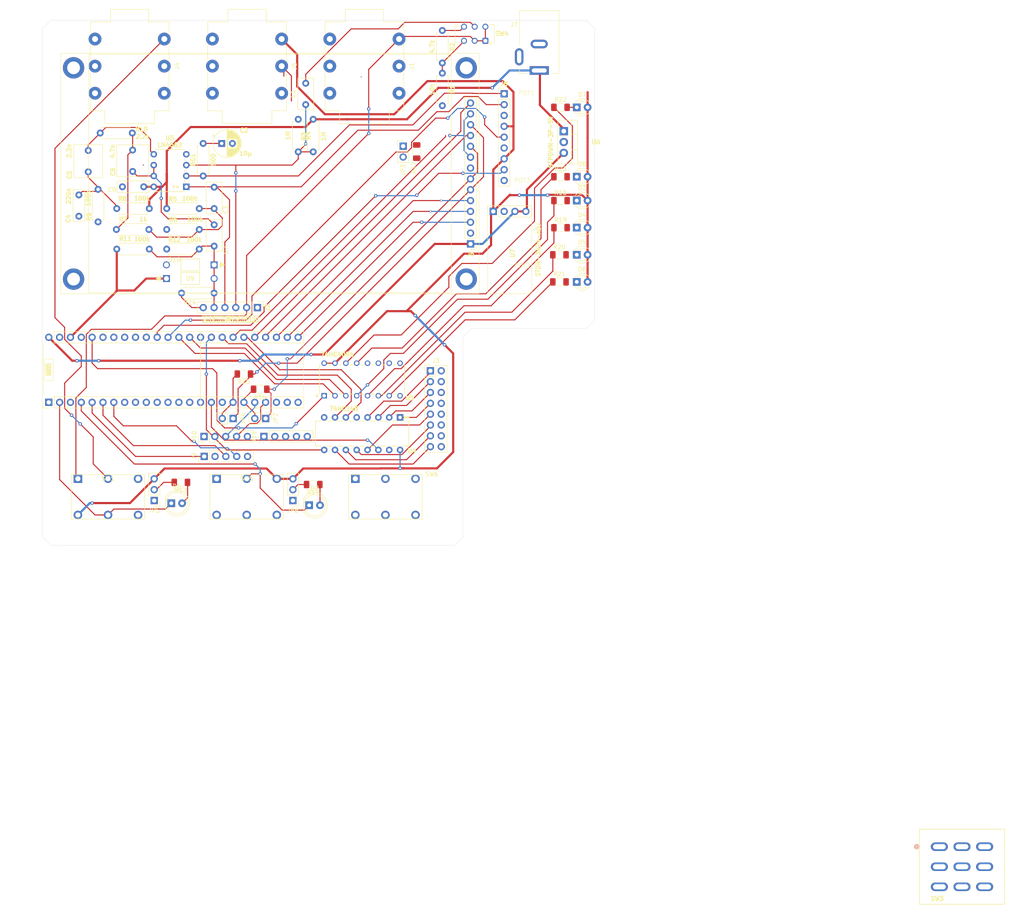
<source format=kicad_pcb>
(kicad_pcb (version 20240108) (generator "pcbnew") (generator_version "8.0")
  (layers (0 "F.Cu" signal) (31 "B.Cu" signal) (34 "B.Paste" user) (35 "F.Paste" user) (36 "B.SilkS" user "B.Silkscreen") (37 "F.SilkS" user "F.Silkscreen") (38 "B.Mask" user) (39 "F.Mask" user) (44 "Edge.Cuts" user))
  (property "R_BIAS" "100k")
  (property "R_BIAS_IN" "1M")
  (net 0 "")
  (net 1 "Net-(C1-Pad2)")
  (net 2 "/preamp/STAGE1_IN")
  (net 3 "Net-(C2-Pad1)")
  (net 4 "/preamp/STAGE1_OUT")
  (net 5 "Net-(C4-Pad1)")
  (net 6 "Net-(C6-Pad2)")
  (net 7 "Net-(U3B-+)")
  (net 8 "/preamp/PREAMP_OUT")
  (net 9 "GND")
  (net 10 "/27_TFT_SCLK")
  (net 11 "/34_TFT_RST")
  (net 12 "/TFT_BACKLIGHT")
  (net 13 "/33_TFT_CS")
  (net 14 "/37_TFT_T_IRQ")
  (net 15 "/36_TOUCH_CS")
  (net 16 "5V")
  (net 17 "/39_TFT_MISO")
  (net 18 "/35_TFT_DC{slash}RS")
  (net 19 "/26_TFT_MOSI")
  (net 20 "9V")
  (net 21 "Net-(R1-Pad1)")
  (net 22 "Net-(R2-Pad1)")
  (net 23 "3.3V")
  (net 26 "/4_ENC_1_L")
  (net 27 "/24_BTN_MTX_GS")
  (net 28 "/SCK")
  (net 29 "/5_ENC_1_R")
  (net 31 "/LED_DATA")
  (net 32 "/LED_STR")
  (net 33 "/1_SW1")
  (net 34 "/3_ENC_1_BTN")
  (net 35 "/25_ENC_2_BTN")
  (net 40 "Net-(J3-Pin_15)")
  (net 41 "Net-(J3-Pin_13)")
  (net 42 "Net-(J3-Pin_5)")
  (net 43 "Net-(J3-Pin_7)")
  (net 44 "Net-(J3-Pin_9)")
  (net 45 "Net-(J3-Pin_11)")
  (net 46 "Net-(J3-Pin_3)")
  (net 47 "Net-(J3-Pin_1)")
  (net 49 "Net-(U2-38_CS1_IN1)")
  (net 50 "/29_ENC_2_R")
  (net 51 "/2_SW2")
  (net 52 "Net-(U2-41_A17)")
  (net 54 "/28_ENC_2_L")
  (net 55 "Net-(U2-40_A16)")
  (net 56 "/A3_EXP")
  (net 58 "/A1_VOLUME")
  (net 59 "/A2_POT")
  (net 60 "/preamp/STAGE2_IN")
  (net 70 "/SIGNAL_IN")
  (net 71 "/LINE_OUT")
  (net 72 "Net-(D3-K)")
  (net 73 "Net-(D4-K)")
  (net 83 "Net-(D5-K)")
  (net 84 "/32_ENC_3_R")
  (net 85 "/30_ENC_3_BTN")
  (net 86 "/31_ENC_3_L")
  (net 87 "Net-(D6-K)")
  (net 88 "Net-(D7-K)")
  (net 89 "Net-(D8-K)")
  (net 90 "Net-(J6-SCK)")
  (net 91 "Net-(J6-SDI(MOSI))")
  (net 92 "Net-(J6-SDO(MISO))")
  (net 93 "Net-(D1-A)")
  (net 94 "Net-(D2-A)")
  (net 95 "Net-(U5-QP0)")
  (net 96 "Net-(U5-QP1)")
  (net 97 "Net-(U5-QP2)")
  (net 98 "Net-(U5-QP3)")
  (net 99 "Net-(U5-QP4)")
  (net 100 "Net-(U5-QP5)")
  (net 101 "Net-(U2-7_RX2_OUT1A)")
  (net 102 "Net-(U2-12_MISO_MQSL)")
  (net 103 "Net-(U2-10_CS_MQSR)")
  (net 104 "Net-(U2-6_OUT1D)")
  (net 105 "Net-(U2-11_MOSI_CTX1)")
  (net 106 "Net-(U2-9_OUT1C)")
  (net 107 "Net-(U2-8_TX2_IN1)")
  (net 108 "Net-(U2-1_TX1_CTX2_MISO1)")
  (net 118 "Net-(JP5-C)")
  (net 119 "Net-(JP6-C)")
  (net 120 "/SIGNAL_OUT")
  (net 121 "/LINE_IN")
  (net 122 "/preamp/STAGE2_OUT")
  (net 123 "TEENSY_3.3V")
  (net 124 "/preamp/STAGE1_FEEDBACK")
  (footprint "TI_FOOTPRINTS:DO-41_DIO" (layer "F.Cu") (at 78.6175 80.5)
    (property "Reference" "D9")
    (property "Value" "D_Schottky" (hide yes))
  )
  (footprint "LED_THT:LED_D3.0mm" (layer "F.Cu") (at 174.747 68.58)
    (property "Reference" "D4")
    (property "Value" "LED")
  )
  (footprint "Resistor_SMD:R_1206_3216Metric_Pad1.30x1.75mm_HandSolder" (layer "F.Cu") (at 113 128.75 180)
    (property "Reference" "R14")
    (property "Value" "150")
  )
  (footprint "LED_THT:LED_D3.0mm" (layer "F.Cu") (at 174.747 81.28)
    (property "Reference" "D6")
    (property "Value" "LED")
  )
  (footprint "Resistor_SMD:R_1206_3216Metric_Pad1.30x1.75mm_HandSolder" (layer "F.Cu") (at 170.688 74.93)
    (property "Reference" "R20")
    (property "Value" "150")
  )
  (footprint "Capacitor_THT:C_Rect_L7.2mm_W2.5mm_P5.00mm_FKS2_FKP2_MKS2_MKP2" (layer "F.Cu") (at 58.1 60.9 -90)
    (property "Reference" "C4")
    (property "Value" "220n")
  )
  (footprint "Resistor_THT:R_Axial_DIN0207_L6.3mm_D2.5mm_P7.62mm_Horizontal" (layer "F.Cu") (at 78.69 64.1)
    (property "Reference" "R5")
    (property "Value" "100k")
  )
  (footprint "Capacitor_THT:C_Rect_L7.2mm_W7.2mm_P5.00mm_FKS2_FKP2_MKS2_MKP2" (layer "F.Cu") (at 70.7 55.4 90)
    (property "Reference" "C6")
    (property "Value" "4.7n")
  )
  (footprint "Connector_PinHeader_2.54mm:PinHeader_1x05_P2.54mm_Vertical" (layer "F.Cu") (at 101.46 117.5 90)
    (property "Reference" "J11")
    (property "Value" "ENCODER3")
  )
  (footprint "Resistor_SMD:R_1206_3216Metric_Pad1.30x1.75mm_HandSolder" (layer "F.Cu") (at 170.947 68.58)
    (property "Reference" "R19")
    (property "Value" "150")
  )
  (footprint "Button_Switch_THT:SW_CK_JS202011AQN_DPDT_Angled" (layer "F.Cu") (at 153.336 24.8 180)
    (property "Reference" "SW4")
    (property "Value" "LINE_LEVEL")
  )
  (footprint "Resistor_THT:R_Axial_DIN0207_L6.3mm_D2.5mm_P7.62mm_Horizontal" (layer "F.Cu") (at 113 43.19 -90)
    (property "Reference" "R3")
    (property "Value" "1M")
  )
  (footprint "Connector_PinHeader_2.54mm:PinHeader_2x08_P2.54mm_Vertical" (layer "F.Cu") (at 140.462 102.108)
    (property "Reference" "J3")
    (property "Value" "BTN_MTX")
  )
  (footprint "Connector_PinHeader_2.54mm:PinHeader_1x02_P2.54mm_Vertical" (layer "F.Cu") (at 101.854 113.284 -90)
    (property "Reference" "JP2")
    (property "Value" "JP_SCLK")
  )
  (footprint "Resistor_THT:R_Axial_DIN0207_L6.3mm_D2.5mm_P7.62mm_Horizontal" (layer "F.Cu") (at 86.31 69 180)
    (property "Reference" "R6")
    (property "Value" "100k")
  )
  (footprint "LED_THT:LED_D3.0mm" (layer "F.Cu") (at 174.747 62.23)
    (property "Reference" "D3")
    (property "Value" "LED")
  )
  (footprint "Resistor_THT:R_Axial_DIN0207_L6.3mm_D2.5mm_P7.62mm_Horizontal" (layer "F.Cu") (at 143.25 22.38 -90)
    (property "Reference" "R2")
    (property "Value" "4.7k")
  )
  (footprint "Capacitor_THT:C_Rect_L7.2mm_W3.5mm_P5.00mm_FKS2_FKP2_MKS2_MKP2" (layer "F.Cu") (at 89.8 64.1 90)
    (property "Reference" "C3")
    (property "Value" "470n")
  )
  (footprint "Resistor_SMD:R_1206_3216Metric_Pad1.30x1.75mm_HandSolder" (layer "F.Cu") (at 170.947 62.23)
    (property "Reference" "R18")
    (property "Value" "150")
  )
  (footprint "LED_THT:LED_D3.0mm" (layer "F.Cu") (at 174.747 56.642)
    (property "Reference" "D8")
    (property "Value" "LED")
  )
  (footprint "LED_THT:LED_D5.0mm" (layer "F.Cu") (at 79.75 133.141)
    (property "Reference" "D1")
    (property "Value" "LED_BYPASS")
  )
  (footprint "Resistor_THT:R_Axial_DIN0207_L6.3mm_D2.5mm_P7.62mm_Horizontal" (layer "F.Cu") (at 109.5 50.81 90)
    (property "Reference" "R4")
    (property "Value" "1M")
  )
  (footprint "Resistor_THT:R_Axial_DIN0207_L6.3mm_D2.5mm_P7.62mm_Horizontal" (layer "F.Cu") (at 63 46.4)
    (property "Reference" "R10")
    (property "Value" "2.2k")
  )
  (footprint "TI_FOOTPRINTS:01-690DB_3PDT_JCV_OVAL" (layer "F.Cu") (at 259.7 213.599999)
    (property "Reference" "SW3")
    (property "Value" "SW_PRESET")
  )
  (footprint "Connector_PinHeader_2.54mm:PinHeader_1x06_P2.54mm_Vertical" (layer "F.Cu") (at 99.94 87.3 -90)
    (property "Reference" "J2")
    (property "Value" "PREAMP_HEADERS")
  )
  (footprint "Capacitor_THT:CP_Radial_D6.3mm_P2.50mm" (layer "F.Cu") (at 91.567621 48.8442)
    (property "Reference" "C2")
    (property "Value" "10µ")
  )
  (footprint "mcguitarpedal:Floating Potentiometer" (layer "F.Cu") (at 162 78)
    (property "Reference" "POT2")
    (property "Value" "Logo_Open_Hardware_Small" (hide yes))
  )
  (footprint "mcguitarpedal:Floating Potentiometer" (layer "F.Cu") (at 162 38)
    (property "Reference" "POT1")
    (property "Value" "Logo_Open_Hardware_Small" (hide yes))
  )
  (footprint "LM4562:lm4562" (layer "F.Cu") (at 83.27 59 180)
    (property "Reference" "U3")
    (property "Value" "LM4562")
  )
  (footprint "mcguitarpedal:SW_PUSH_DPDT" (layer "F.Cu") (at 57.875 127.39)
    (property "Reference" "SW1")
    (property "Value" "SW_BYPASS")
  )
  (footprint "Resistor_THT:R_Axial_DIN0207_L6.3mm_D2.5mm_P7.62mm_Horizontal" (layer "F.Cu") (at 66.98 73.6)
    (property "Reference" "R11")
    (property "Value" "100k")
  )
  (footprint "Capacitor_THT:C_Rect_L7.2mm_W2.5mm_P5.00mm_FKS2_FKP2_MKS2_MKP2" (layer "F.Cu") (at 73.3 59 180)
    (property "Reference" "C8")
    (property "Value" "100nf")
  )
  (footprint "mcguitarpedal:Jack_6.35mm_Neutrik_NMJ6HCD2_Horizontal_3D_MODEL" (layer "F.Cu") (at 78.115 24.384 -90)
    (property "Reference" "J4")
    (property "Value" "OUT")
  )
  (footprint "ILI9488:ILI9488" (layer "F.Cu") (at 151.86 84.05 180)
    (property "Reference" "J6")
    (property "Value" "ILI9488 Module")
  )
  (footprint "Capacitor_THT:C_Rect_L7.2mm_W3.5mm_P5.00mm_FKS2_FKP2_MKS2_MKP2" (layer "F.Cu") (at 89.8 72.9 90)
    (property "Reference" "C7")
    (property "Value" "470n")
  )
  (footprint "Resistor_THT:R_Axial_DIN0207_L6.3mm_D2.5mm_P7.62mm_Horizontal" (layer "F.Cu") (at 143.256 32.38 -90)
    (property "Reference" "R1")
    (property "Value" "10k")
  )
  (footprint "Resistor_SMD:R_1206_3216Metric_Pad1.30x1.75mm_HandSolder" (layer "F.Cu") (at 100.584 106.426 180)
    (property "Reference" "R16")
    (property "Value" "50")
  )
  (footprint "Connector_PinSocket_2.54mm:PinSocket_1x04_P2.54mm_Vertical" (layer "F.Cu") (at 155.194 64.77 90)
    (property "Reference" "U7")
    (property "Value" "STDN-3A24-ADJ")
  )
  (footprint "Resistor_SMD:R_1206_3216Metric_Pad1.30x1.75mm_HandSolder" (layer "F.Cu") (at 137.25 50.75 -90)
    (property "Reference" "R17")
    (property "Value" "50")
  )
  (footprint "Connector_PinHeader_2.54mm:PinHeader_1x05_P2.54mm_Vertical" (layer "F.Cu") (at 87.425 117.5 90)
    (property "Reference" "J10")
    (property "Value" "ENCODER2")
  )
  (footprint "Resistor_THT:R_Axial_DIN0207_L6.3mm_D2.5mm_P7.62mm_Horizontal" (layer "F.Cu") (at 89.78 83.9 180)
    (property "Reference" "R24")
    (property "Value" "500")
  )
  (footprint "Capacitor_THT:C_Rect_L7.5mm_W6.5mm_P5.00mm" (layer "F.Cu") (at 60.3 50.5 -90)
    (property "Reference" "C5")
    (property "Value" "2.2n")
  )
  (footprint "Connector_PinHeader_2.54mm:PinHeader_1x05_P2.54mm_Vertical" (layer "F.Cu") (at 87.46 122.174 90)
    (property "Reference" "J9")
    (property "Value" "ENCODER1")
  )
  (footprint "mcguitarpedal:Floating Potentiometer" (layer "F.Cu") (at 162 58)
    (property "Reference" "POT3")
    (property "Value" "Logo_Open_Hardware_Small" (hide yes))
  )
  (footprint "LED_THT:LED_D3.0mm" (layer "F.Cu") (at 174.747 74.93)
    (property "Reference" "D5")
    (property "Value" "LED")
  )
  (footprint "Resistor_SMD:R_1206_3216Metric_Pad1.30x1.75mm_HandSolder" (layer "F.Cu") (at 170.937 56.642)
    (property "Reference" "R23")
    (property "Value" "150")
  )
  (footprint "Capacitor_THT:C_Rect_L7.2mm_W3.5mm_P5.00mm_FKS2_FKP2_MKS2_MKP2" (layer "F.Cu") (at 111.25 39.75 90)
    (property "Reference" "C1")
    (property "Value" "470n")
  )
  (footprint "Resistor_SMD:R_1206_3216Metric_Pad1.30x1.75mm_HandSolder" (layer "F.Cu") (at 96.774 102.87 180)
    (property "Reference" "R15")
    (property "Value" "50")
  )
  (footprint "Resistor_SMD:R_1206_3216Metric_Pad1.30x1.75mm_HandSolder" (layer "F.Cu") (at 170.937 40.386)
    (property "Reference" "R22")
    (property "Value" "150")
  )
  (footprint "Connector_BarrelJack:BarrelJack_Kycon_KLDX-0202-xC_Horizontal" (layer "F.Cu") (at 165.954 31.75 -90)
    (property "Reference" "J7")
    (property "Value" "PWR_IN")
  )
  (footprint "LED_THT:LED_D3.0mm" (layer "F.Cu") (at 174.747 40.386)
    (property "Reference" "D7")
    (property "Value" "LED")
  )
  (footprint "Resistor_SMD:R_1206_3216Metric_Pad1.30x1.75mm_HandSolder" (layer "F.Cu") (at 170.688 81.28)
    (property "Reference" "R21")
    (property "Value" "150")
  )
  (footprint "Connector_PinHeader_2.54mm:PinHeader_1x03_P2.54mm_Vertical" (layer "F.Cu") (at 108.25 132.5 180)
    (property "Reference" "JP6")
    (property "Value" "JP_SW1_LED")
  )
  (footprint "Resistor_THT:R_Axial_DIN0207_L6.3mm_D2.5mm_P7.62mm_Horizontal" (layer "F.Cu") (at 87.2236 56.46 90)
    (property "Reference" "RG1")
    (property "Value" "500")
  )
  (footprint "mcguitarpedal:SW_PUSH_DPDT" (layer "F.Cu") (at 122.875 127.39)
    (property "Reference" "SW6")
    (property "Value" "SW_PRESET")
  )
  (footprint "mcguitarpedal:SW_PUSH_DPDT" (layer "F.Cu") (at 90.375 127.39)
    (property "Reference" "SW5")
    (property "Value" "SW_TUNER")
  )
  (footprint "Connector_PinHeader_2.54mm:PinHeader_1x02_P2.54mm_Vertical" (layer "F.Cu") (at 134.075 49.48)
    (property "Reference" "JP3")
    (property "Value" "JP_MISO")
  )
  (footprint "LED_THT:LED_D5.0mm" (layer "F.Cu") (at 112.057 133.604)
    (property "Reference" "D2")
    (property "Value" "LED_TUNER")
  )
  (footprint "TI_FOOTPRINTS:N16" (layer "F.Cu") (at 115.57 107.95 90)
    (property "Reference" "U5")
    (property "Value" "74HC4094")
  )
  (footprint "Resistor_THT:R_Axial_DIN0207_L6.3mm_D2.5mm_P7.62mm_Horizontal" (layer "F.Cu") (at 74.6 64.1 180)
    (property "Reference" "R8")
    (property "Value" "100k")
  )
  (footprint "Resistor_THT:R_Axial_DIN0207_L6.3mm_D2.5mm_P7.62mm_Horizontal" (layer "F.Cu") (at 66.89 69)
    (property "Reference" "R7")
    (property "Value" "1k")
  )
  (footprint "mcguitarpedal:Jack_6.35mm_Neutrik_NMJ6HCD2_Horizontal_3D_MODEL" (layer "F.Cu") (at 105.615 24.384 -90)
    (property "Reference" "J5")
    (property "Value" "EXP")
  )
  (footprint "Package_TO_SOT_THT:TO-220-3_Vertical" (layer "F.Cu") (at 171.704 45.974 -90)
    (property "Reference" "U6")
    (property "Value" "STPDWN-3P-5V")
  )
  (footprint "Resistor_THT:R_Axial_DIN0207_L6.3mm_D2.5mm_P7.62mm_Horizontal" (layer "F.Cu") (at 86.3 73.6 180)
    (property "Reference" "R12")
    (property "Value" "100k")
  )
  (footprint "Resistor_THT:R_Axial_DIN0207_L6.3mm_D2.5mm_P7.62mm_Horizontal" (layer "F.Cu") (at 62.6 59.6 -90)
    (property "Reference" "R9")
    (property "Value" "100k")
  )
  (footprint "mcguitarpedal:Teensy 4.1 with audio board" (layer "F.Cu") (at 51.05 109.5 90)
    (property "Reference" "U2" (hide yes))
    (property "Value" "Teensy4.1")
  )
  (footprint "Connector_PinHeader_2.54mm:PinHeader_1x09_P2.54mm_Vertical" (layer "F.Cu") (at 157.734 37.211)
    (property "Reference" "J8")
    (property "Value" "POT_HP_VOLUME_10k")
  )
  (footprint "Resistor_SMD:R_1206_3216Metric_Pad1.30x1.75mm_HandSolder" (layer "F.Cu") (at 82 128.25 180)
    (property "Reference" "R13")
    (property "Value" "150")
  )
  (footprint "TI_FOOTPRINTS:DIP16_300_TEX" (layer "F.Cu") (at 133.35 113.03 -90)
    (property "Reference" "U4")
    (property "Value" "74HC148")
  )
  (footprint "Connector_PinHeader_2.54mm:PinHeader_1x03_P2.54mm_Vertical" (layer "F.Cu") (at 75.75 132.5 180)
    (property "Reference" "JP5")
    (property "Value" "JP_SW1_LED")
  )
  (footprint "mcguitarpedal:Jack_6.35mm_Neutrik_NMJ6HCD2_Horizontal_3D_MODEL" (layer "F.Cu") (at 133.115 24.384 -90)
    (property "Reference" "J1")
    (property "Value" "IN")
  )
  (footprint "TI_FOOTPRINTS:DO-41_DIO" (layer "F.Cu") (at 89.79 77.29 180)
    (property "Reference" "D10")
    (property "Value" "D_Schottky" (hide yes))
  )
  (footprint "Connector_PinHeader_2.54mm:PinHeader_1x02_P2.54mm_Vertical" (layer "F.Cu") (at 94.239 113.284 -90)
    (property "Reference" "JP4")
    (property "Value" "JP_MOSI")
  )
  (gr_line (start 148.082 94.202) (end 150.082 92.202) (stroke (width 0.05)) (layer "Edge.Cuts"))
  (gr_line (start 179 24.638) (end 179 22) (stroke (width 0.05)) (layer "Edge.Cuts"))
  (gr_line (start 148.082 141.002) (end 148.082 94.202) (stroke (width 0.05)) (layer "Edge.Cuts"))
  (gr_line (start 177 92.202) (end 179 90.202) (stroke (width 0.05)) (layer "Edge.Cuts"))
  (gr_line (start 49.5 87.5) (end 49.5 141) (stroke (width 0.05)) (layer "Edge.Cuts"))
  (gr_line (start 49.5 141) (end 51.5 143) (stroke (width 0.05)) (layer "Edge.Cuts"))
  (gr_line (start 177 20) (end 179 22) (stroke (width 0.05)) (layer "Edge.Cuts"))
  (gr_line (start 54.102 143) (end 146.082 143.001959) (stroke (width 0.05)) (layer "Edge.Cuts"))
  (gr_line (start 54.102 143) (end 51.5 143) (stroke (width 0.05)) (layer "Edge.Cuts"))
  (gr_line (start 51.5 20) (end 177 20) (stroke (width 0.05)) (layer "Edge.Cuts"))
  (gr_line (start 179 24.638) (end 179 90.202) (stroke (width 0.05)) (layer "Edge.Cuts"))
  (gr_line (start 49.5 22) (end 51.5 20) (stroke (width 0.05)) (layer "Edge.Cuts"))
  (gr_line (start 146.082 143.001959) (end 148.082 141.002) (stroke (width 0.05)) (layer "Edge.Cuts"))
  (gr_line (start 150.082 92.202) (end 177 92.202) (stroke (width 0.05)) (layer "Edge.Cuts"))
  (gr_line (start 49.5 87.5) (end 49.5 22) (stroke (width 0.05)) (layer "Edge.Cuts"))
  (segment (start 73.22 53.92) (end 73.2 53.9) (width 0.25) (layer "F.Cu") (net 0))
  (segment (start 150.836 21.5) (end 149.811 20.475) (width 0.25) (layer "F.Cu") (net 1))
  (segment (start 134.44306 20.475) (end 132.91806 22) (width 0.25) (layer "F.Cu") (net 1))
  (segment (start 121.906 22) (end 111.25 32.656) (width 0.25) (layer "F.Cu") (net 1))
  (segment (start 149.811 20.475) (end 134.44306 20.475) (width 0.25) (layer "F.Cu") (net 1))
  (segment (start 132.91806 22) (end 121.906 22) (width 0.25) (layer "F.Cu") (net 1))
  (segment (start 111.25 32.656) (end 111.25 34.75) (width 0.25) (layer "F.Cu") (net 1))
  (segment (start 109.5 52.5) (end 108.08 53.92) (width 0.25) (layer "F.Cu") (net 2))
  (segment (start 94.87 55.73) (end 94.87 53.93) (width 0.25) (layer "F.Cu") (net 2))
  (segment (start 109.5 50.81) (end 111.27 50.81) (width 0.25) (layer "F.Cu") (net 2))
  (segment (start 94.86 59.99) (end 94.87 59.98) (width 0.25) (layer "F.Cu") (net 2))
  (segment (start 94.88 53.92) (end 83.27 53.92) (width 0.25) (layer "F.Cu") (net 2))
  (segment (start 94.86 87.3) (end 94.86 59.99) (width 0.25) (layer "F.Cu") (net 2))
  (segment (start 111.27 50.81) (end 113 50.81) (width 0.25) (layer "F.Cu") (net 2))
  (segment (start 109.5 50.81) (end 109.5 52.5) (width 0.25) (layer "F.Cu") (net 2))
  (segment (start 111.25 49.06) (end 109.5 50.81) (width 0.25) (layer "F.Cu") (net 2))
  (segment (start 108.08 53.92) (end 94.88 53.92) (width 0.25) (layer "F.Cu") (net 2))
  (segment (start 94.87 53.93) (end 94.88 53.92) (width 0.25) (layer "F.Cu") (net 2))
  (segment (start 111.25 48.94) (end 111.25 49.06) (width 0.25) (layer "F.Cu") (net 2))
  (via (at 94.87 55.73) (size 0.8) (drill 0.4) (layers "F.Cu" "B.Cu") (net 2))
  (via (at 94.87 59.98) (size 0.8) (drill 0.4) (layers "F.Cu" "B.Cu") (net 2))
  (via (at 111.25 48.94) (size 0.8) (drill 0.4) (layers "F.Cu" "B.Cu") (net 2))
  (segment (start 94.87 59.98) (end 94.87 55.73) (width 0.25) (layer "B.Cu") (net 2))
  (segment (start 111.25 39.75) (end 111.25 48.94) (width 0.25) (layer "B.Cu") (net 2))
  (segment (start 91.567621 48.8442) (end 87.2278 48.8442) (width 0.25) (layer "F.Cu") (net 3))
  (segment (start 87.2278 48.8442) (end 87.2236 48.84) (width 0.25) (layer "F.Cu") (net 3))
  (segment (start 144.78 41.402) (end 148.336 37.846) (width 0.25) (layer "F.Cu") (net 4))
  (segment (start 141.986 41.402) (end 144.78 41.402) (width 0.25) (layer "F.Cu") (net 4))
  (segment (start 93.4 62.05) (end 93.4 70.85) (width 0.25) (layer "F.Cu") (net 4))
  (segment (start 93.4 70.85) (end 92.3 71.95) (width 0.25) (layer "F.Cu") (net 4))
  (segment (start 83.27 59) (end 89.7 59) (width 0.25) (layer "F.Cu") (net 4))
  (segment (start 89.8 59.1) (end 90.45 59.1) (width 0.25) (layer "F.Cu") (net 4))
  (segment (start 153.543 39.751) (end 157.734 39.751) (width 0.25) (layer "F.Cu") (net 4))
  (segment (start 89.7 59) (end 89.8 59.1) (width 0.25) (layer "F.Cu") (net 4))
  (segment (start 151.638 37.846) (end 153.543 39.751) (width 0.25) (layer "F.Cu") (net 4))
  (segment (start 89.8 59.1) (end 89.9 59) (width 0.25) (layer "F.Cu") (net 4))
  (segment (start 89.9 59) (end 110.2 59) (width 0.25) (layer "F.Cu") (net 4))
  (segment (start 137.638 45.75) (end 141.986 41.402) (width 0.25) (layer "F.Cu") (net 4))
  (segment (start 92.3 87.28) (end 92.32 87.3) (width 0.25) (layer "F.Cu") (net 4))
  (segment (start 123.45 45.75) (end 137.638 45.75) (width 0.25) (layer "F.Cu") (net 4))
  (segment (start 92.3 71.95) (end 92.3 87.28) (width 0.25) (layer "F.Cu") (net 4))
  (segment (start 148.336 37.846) (end 151.638 37.846) (width 0.25) (layer "F.Cu") (net 4))
  (segment (start 90.45 59.1) (end 93.4 62.05) (width 0.25) (layer "F.Cu") (net 4))
  (segment (start 110.2 59) (end 123.45 45.75) (width 0.25) (layer "F.Cu") (net 4))
  (segment (start 58.9 60.1) (end 62.1 60.1) (width 0.25) (layer "F.Cu") (net 5))
  (segment (start 66.98 63.48) (end 63.1 59.6) (width 0.25) (layer "F.Cu") (net 5))
  (segment (start 66.98 64.1) (end 66.98 63.48) (width 0.25) (layer "F.Cu") (net 5))
  (segment (start 62.1 60.1) (end 62.6 59.6) (width 0.25) (layer "F.Cu") (net 5))
  (segment (start 62.6 59.1) (end 60.3 56.8) (width 0.25) (layer "F.Cu") (net 5))
  (segment (start 63.1 59.6) (end 62.6 59.6) (width 0.25) (layer "F.Cu") (net 5))
  (segment (start 60.3 56.8) (end 60.3 55.5) (width 0.25) (layer "F.Cu") (net 5))
  (segment (start 58.1 60.9) (end 58.9 60.1) (width 0.25) (layer "F.Cu") (net 5))
  (segment (start 62.6 59.6) (end 62.6 59.1) (width 0.25) (layer "F.Cu") (net 5))
  (segment (start 70.7 50.4) (end 70.7 46.48) (width 0.25) (layer "F.Cu") (net 6))
  (segment (start 69.6 66.3) (end 69.575 66.275) (width 0.25) (layer "F.Cu") (net 6))
  (segment (start 69.575 66.275) (end 69.575 51.525) (width 0.25) (layer "F.Cu") (net 6))
  (segment (start 69.59 66.3) (end 69.6 66.3) (width 0.25) (layer "F.Cu") (net 6))
  (segment (start 69.575 51.525) (end 70.7 50.4) (width 0.25) (layer "F.Cu") (net 6))
  (segment (start 66.89 69) (end 69.59 66.3) (width 0.25) (layer "F.Cu") (net 6))
  (segment (start 70.7 46.48) (end 70.62 46.4) (width 0.25) (layer "F.Cu") (net 6))
  (segment (start 75.65 51.38) (end 74.888001 50.618001) (width 0.25) (layer "F.Cu") (net 7))
  (segment (start 60.3 49.2) (end 63.1 46.4) (width 0.25) (layer "F.Cu") (net 7))
  (segment (start 64.4 45.1) (end 63.1 46.4) (width 0.25) (layer "F.Cu") (net 7))
  (segment (start 74.888001 50.618001) (end 74.888001 47.888001) (width 0.25) (layer "F.Cu") (net 7))
  (segment (start 74.888001 47.888001) (end 72.1 45.1) (width 0.25) (layer "F.Cu") (net 7))
  (segment (start 72.1 45.1) (end 64.4 45.1) (width 0.25) (layer "F.Cu") (net 7))
  (segment (start 60.3 50.5) (end 60.3 49.2) (width 0.25) (layer "F.Cu") (net 7))
  (segment (start 89.7935 77.29) (end 89.7935 72.9065) (width 0.25) (layer "F.Cu") (net 8))
  (segment (start 89.79 80.5) (end 89.79 77.2935) (width 0.25) (layer "F.Cu") (net 8))
  (segment (start 84.5 75.4) (end 86.3 73.6) (width 0.25) (layer "F.Cu") (net 8))
  (segment (start 90.1105 77.293) (end 90.1135 77.29) (width 0.25) (layer "F.Cu") (net 8))
  (segment (start 87 72.9) (end 89.8 72.9) (width 0.25) (layer "F.Cu") (net 8))
  (segment (start 74.6 73.6) (end 76.4 75.4) (width 0.25) (layer "F.Cu") (net 8))
  (segment (start 86.3 73.6) (end 87 72.9) (width 0.25) (layer "F.Cu") (net 8))
  (segment (start 89.79 77.2935) (end 89.7935 77.29) (width 0.25) (layer "F.Cu") (net 8))
  (segment (start 89.78 83.9) (end 89.78 80.51) (width 0.25) (layer "F.Cu") (net 8))
  (segment (start 89.78 80.51) (end 89.79 80.5) (width 0.25) (layer "F.Cu") (net 8))
  (segment (start 76.4 75.4) (end 84.5 75.4) (width 0.25) (layer "F.Cu") (net 8))
  (segment (start 89.7935 72.9065) (end 89.8 72.9) (width 0.25) (layer "F.Cu") (net 8))
  (segment (start 89.78 87.3) (end 89.78 83.9) (width 0.25) (layer "F.Cu") (net 8))
  (segment (start 98.044 107.442) (end 96.77 108.716) (width 0.2) (layer "F.Cu") (net 10))
  (segment (start 99.314 113.284) (end 99.314 112.044) (width 0.25) (layer "F.Cu") (net 10))
  (segment (start 96.77 108.97) (end 96.774 108.966) (width 0.15) (layer "F.Cu") (net 10))
  (segment (start 98.044 107.416) (end 98.044 107.442) (width 0.2) (layer "F.Cu") (net 10))
  (segment (start 96.77 109.5) (end 96.77 108.97) (width 0.15) (layer "F.Cu") (net 10))
  (segment (start 99.034 106.426) (end 98.044 107.416) (width 0.2) (layer "F.Cu") (net 10))
  (segment (start 99.314 112.044) (end 96.77 109.5) (width 0.25) (layer "F.Cu") (net 10))
  (segment (start 96.77 108.716) (end 96.77 109.5) (width 0.2) (layer "F.Cu") (net 10))
  (segment (start 136.42 64.77) (end 106.93 94.26) (width 0.25) (layer "F.Cu") (net 11))
  (segment (start 140.462 64.77) (end 136.42 64.77) (width 0.25) (layer "F.Cu") (net 11))
  (via (at 140.462 64.77) (size 0.5) (drill 0.3) (layers "F.Cu" "B.Cu") (net 11))
  (segment (start 140.462 64.77) (end 149.86 64.77) (width 0.25) (layer "B.Cu") (net 11))
  (segment (start 138.43 67.31) (end 136.398 67.31) (width 0.25) (layer "F.Cu") (net 13))
  (segment (start 136.398 67.31) (end 109.47 94.238) (width 0.25) (layer "F.Cu") (net 13))
  (via (at 138.43 67.31) (size 0.8) (drill 0.4) (layers "F.Cu" "B.Cu") (net 13))
  (segment (start 149.86 67.31) (end 138.43 67.31) (width 0.25) (layer "B.Cu") (net 13))
  (segment (start 147.574 41.656) (end 149.86 39.37) (width 0.25) (layer "F.Cu") (net 14))
  (segment (start 147.574 45.974) (end 147.574 41.656) (width 0.25) (layer "F.Cu") (net 14))
  (segment (start 99.31 94.238) (end 147.574 45.974) (width 0.25) (layer "F.Cu") (net 14))
  (segment (start 149.12 46.99) (end 149.86 46.99) (width 0.25) (layer "F.Cu") (net 15))
  (segment (start 101.85 94.26) (end 101.85 93.984) (width 0.25) (layer "F.Cu") (net 15))
  (segment (start 101.85 93.984) (end 148.844 46.99) (width 0.25) (layer "F.Cu") (net 15))
  (segment (start 148.844 46.99) (end 149.86 46.99) (width 0.25) (layer "F.Cu") (net 15))
  (segment (start 160.274 64.77) (end 162.814 64.77) (width 0.5) (layer "F.Cu") (net 16))
  (segment (start 95.83 99.75) (end 62.738 99.75) (width 0.5) (layer "F.Cu") (net 16))
  (segment (start 115.57 98.298) (end 141.478 72.39) (width 0.5) (layer "F.Cu") (net 16))
  (segment (start 163.068 64.516) (end 163.068 59.69) (width 0.5) (layer "F.Cu") (net 16))
  (segment (start 57.658 99.75) (end 56.54 99.75) (width 0.5) (layer "F.Cu") (net 16))
  (segment (start 162.814 64.77) (end 163.068 64.516) (width 0.5) (layer "F.Cu") (net 16))
  (segment (start 56.54 99.75) (end 51.05 94.26) (width 0.5) (layer "F.Cu") (net 16))
  (segment (start 141.478 72.39) (end 149.86 72.39) (width 0.5) (layer "F.Cu") (net 16))
  (segment (start 163.068 59.69) (end 171.704 51.054) (width 0.5) (layer "F.Cu") (net 16))
  (segment (start 112.522 98.298) (end 115.57 98.298) (width 0.5) (layer "F.Cu") (net 16))
  (via (at 62.738 99.75) (size 0.8) (drill 0.4) (layers "F.Cu" "B.Cu") (net 16))
  (via (at 95.83 99.75) (size 0.8) (drill 0.4) (layers "F.Cu" "B.Cu") (net 16))
  (via (at 112.522 98.298) (size 0.8) (drill 0.4) (layers "F.Cu" "B.Cu") (net 16))
  (via (at 57.658 99.75) (size 0.8) (drill 0.4) (layers "F.Cu" "B.Cu") (net 16))
  (segment (start 101.346 98.298) (end 112.522 98.298) (width 0.5) (layer "B.Cu") (net 16))
  (segment (start 99.894 99.75) (end 101.346 98.298) (width 0.5) (layer "B.Cu") (net 16))
  (segment (start 152.654 72.39) (end 160.274 64.77) (width 0.5) (layer "B.Cu") (net 16))
  (segment (start 95.83 99.75) (end 99.894 99.75) (width 0.5) (layer "B.Cu") (net 16))
  (segment (start 57.658 99.75) (end 62.738 99.75) (width 0.5) (layer "B.Cu") (net 16))
  (segment (start 149.86 72.39) (end 152.654 72.39) (width 0.5) (layer "B.Cu") (net 16))
  (segment (start 94.23 94.26) (end 95.89 92.6) (width 0.25) (layer "F.Cu") (net 17))
  (segment (start 144.018 47.244) (end 144.018 46.99) (width 0.25) (layer "F.Cu") (net 17))
  (segment (start 95.89 92.6) (end 98.662 92.6) (width 0.25) (layer "F.Cu") (net 17))
  (segment (start 98.662 92.6) (end 144.018 47.244) (width 0.25) (layer "F.Cu") (net 17))
  (segment (start 143.002 62.23) (end 136.42 62.23) (width 0.25) (layer "F.Cu") (net 18))
  (segment (start 136.42 62.23) (end 104.39 94.26) (width 0.25) (layer "F.Cu") (net 18))
  (via (at 143.002 62.23) (size 0.5) (drill 0.3) (layers "F.Cu" "B.Cu") (net 18))
  (segment (start 143.002 62.23) (end 149.86 62.23) (width 0.25) (layer "B.Cu") (net 18))
  (segment (start 91.699 113.284) (end 91.699 112.031) (width 0.25) (layer "F.Cu") (net 19))
  (segment (start 94.23 109.5) (end 94.23 103.864) (width 0.25) (layer "F.Cu") (net 19))
  (segment (start 91.699 112.031) (end 94.23 109.5) (width 0.25) (layer "F.Cu") (net 19))
  (segment (start 91.689 113.284) (end 91.689 113.035) (width 0.15) (layer "F.Cu") (net 19))
  (segment (start 94.229 109.501) (end 94.23 109.5) (width 0.15) (layer "F.Cu") (net 19))
  (segment (start 94.23 104.424) (end 94.26 104.394) (width 0.15) (layer "F.Cu") (net 19))
  (segment (start 94.23 103.864) (end 95.224 102.87) (width 0.25) (layer "F.Cu") (net 19))
  (segment (start 120.99 43.19) (end 121 43.18) (width 0.5) (layer "F.Cu") (net 20))
  (segment (start 73.3 59) (end 73.3 59.2) (width 0.5) (layer "F.Cu") (net 20))
  (segment (start 78.69 56.01) (end 78.7 56) (width 0.5) (layer "F.Cu") (net 20))
  (segment (start 134.957717 43.18) (end 142.323717 35.814) (width 0.5) (layer "F.Cu") (net 20))
  (segment (start 165.954 31.912) (end 165.954 31.85) (width 0.5) (layer "F.Cu") (net 20))
  (segment (start 74.6 62) (end 77.6 59) (width 0.5) (layer "F.Cu") (net 20))
  (segment (start 171.704 45.466) (end 166.116 39.878) (width 0.5) (layer "F.Cu") (net 20))
  (segment (start 77.6 59) (end 78.7 57.9) (width 0.5) (layer "F.Cu") (net 20))
  (segment (start 171.704 45.974) (end 171.704 45.466) (width 0.5) (layer "F.Cu") (net 20))
  (segment (start 78.69 64.1) (end 78.69 56.01) (width 0.5) (layer "F.Cu") (net 20))
  (segment (start 84.3 45) (end 111.19 45) (width 0.5) (layer "F.Cu") (net 20))
  (segment (start 142.323717 35.814) (end 154.94 35.814) (width 0.5) (layer "F.Cu") (net 20))
  (segment (start 78.7 56) (end 78.7 50.6) (width 0.5) (layer "F.Cu") (net 20))
  (segment (start 78.7 50.6) (end 84.3 45) (width 0.5) (layer "F.Cu") (net 20))
  (segment (start 75.65 59) (end 77.6 59) (width 0.5) (layer "F.Cu") (net 20))
  (segment (start 74.6 63.6) (end 74.6 62) (width 0.5) (layer "F.Cu") (net 20))
  (segment (start 111.19 45) (end 113 43.19) (width 0.5) (layer "F.Cu") (net 20))
  (segment (start 166.116 39.878) (end 166.116 32.258) (width 0.5) (layer "F.Cu") (net 20))
  (segment (start 75.65 59) (end 73.3 59) (width 0.5) (layer "F.Cu") (net 20))
  (segment (start 113 43.19) (end 120.99 43.19) (width 0.5) (layer "F.Cu") (net 20))
  (segment (start 78.7 57.9) (end 78.7 56) (width 0.5) (layer "F.Cu") (net 20))
  (segment (start 121 43.18) (end 134.957717 43.18) (width 0.5) (layer "F.Cu") (net 20))
  (via (at 154.94 35.814) (size 0.8) (drill 0.4) (layers "F.Cu" "B.Cu") (net 20))
  (segment (start 159.004 31.75) (end 165.954 31.75) (width 0.5) (layer "B.Cu") (net 20))
  (segment (start 154.94 35.814) (end 159.004 31.75) (width 0.5) (layer "B.Cu") (net 20))
  (segment (start 143.25 30) (end 148.336 24.914) (width 0.25) (layer "F.Cu") (net 21))
  (segment (start 143.25 32.38) (end 143.25 30) (width 0.25) (layer "F.Cu") (net 21))
  (segment (start 147.456 22.38) (end 148.336 21.5) (width 0.25) (layer "F.Cu") (net 22))
  (segment (start 143.25 22.38) (end 147.456 22.38) (width 0.25) (layer "F.Cu") (net 22))
  (segment (start 106.565 24.565) (end 105.591 24.565) (width 0.5) (layer "F.Cu") (net 23))
  (segment (start 133.35 124.968) (end 134 124.968) (width 0.5) (layer "F.Cu") (net 23))
  (segment (start 109.25 35.5) (end 109.25 28.019) (width 0.5) (layer "F.Cu") (net 23))
  (segment (start 145.796 121.158) (end 145.796 99.06) (width 0.5) (layer "F.Cu") (net 23))
  (segment (start 145.796 98.044) (end 143.764 96.012) (width 0.5) (layer "F.Cu") (net 23))
  (segment (start 155.194 64.77) (end 155.194 54.991) (width 0.5) (layer "F.Cu") (net 23))
  (segment (start 115.57 100.33) (end 118.11 100.33) (width 0.25) (layer "F.Cu") (net 23))
  (segment (start 155.194 64.77) (end 154.668 65.296) (width 0.5) (layer "F.Cu") (net 23))
  (segment (start 152.654 74.676) (end 148.336 74.676) (width 0.5) (layer "F.Cu") (net 23))
  (segment (start 159.9184 36.7954) (end 157.373 34.25) (width 0.5) (layer "F.Cu") (net 23))
  (segment (start 177.287 62.23) (end 177.287 81.28) (width 0.5) (layer "F.Cu") (net 23))
  (segment (start 102.085 125) (end 78.17 125) (width 0.5) (layer "F.Cu") (net 23))
  (segment (start 167.974 60.88) (end 167.894 60.96) (width 0.5) (layer "F.Cu") (net 23))
  (segment (start 136.906 89.154) (end 135.89 88.138) (width 0.5) (layer "F.Cu") (net 23))
  (segment (start 78.17 125) (end 77.712 125.458) (width 0.5) (layer "F.Cu") (net 23))
  (segment (start 130.302 88.138) (end 118.11 100.33) (width 0.5) (layer "F.Cu") (net 23))
  (segment (start 159.9184 50.2666) (end 159.9184 44.8056) (width 0.5) (layer "F.Cu") (net 23))
  (segment (start 128.782 124.968) (end 128.75 125) (width 0.5) (layer "F.Cu") (net 23))
  (segment (start 109.25 28.019) (end 105.615 24.384) (width 0.5) (layer "F.Cu") (net 23))
  (segment (start 177.287 47.503) (end 177.292 47.498) (width 0.5) (layer "F.Cu") (net 23))
  (segment (start 61.214 133.096) (end 70.074 133.096) (width 0.5) (layer "F.Cu") (net 23))
  (segment (start 159.9184 44.8056) (end 159.893 44.831) (width 0.5) (layer "F.Cu") (net 23))
  (segment (start 104.505 127.42) (end 104.475 127.39) (width 0.5) (layer "F.Cu") (net 23))
  (segment (start 177.287 62.23) (end 177.287 61.717) (width 0.5) (layer "F.Cu") (net 23))
  (segment (start 154.668 72.662) (end 152.654 74.676) (width 0.5) (layer "F.Cu") (net 23))
  (segment (start 135.89 88.138) (end 134.874 88.138) (width 0.5) (layer "F.Cu") (net 23))
  (segment (start 77.712 125.458) (end 75.75 127.42) (width 0.5) (layer "F.Cu") (net 23))
  (segment (start 177.287 62.23) (end 175.937 60.88) (width 0.5) (layer "F.Cu") (net 23))
  (segment (start 177.292 44.45) (end 177.292 36.83) (width 0.5) (layer "F.Cu") (net 23))
  (segment (start 159.084 60.88) (end 155.194 64.77) (width 0.5) (layer "F.Cu") (net 23))
  (segment (start 134.874 88.138) (end 130.302 88.138) (width 0.5) (layer "F.Cu") (net 23))
  (segment (start 177.292 47.498) (end 177.292 44.45) (width 0.5) (layer "F.Cu") (net 23))
  (segment (start 161.29 60.96) (end 159.164 60.96) (width 0.5) (layer "F.Cu") (net 23))
  (segment (start 154.668 65.296) (end 154.668 72.662) (width 0.5) (layer "F.Cu") (net 23))
  (segment (start 177.287 62.23) (end 177.287 47.503) (width 0.5) (layer "F.Cu") (net 23))
  (segment (start 134 124.968) (end 134.25 124.968) (width 0.5) (layer "F.Cu") (net 23))
  (segment (start 134.25 124.968) (end 141.986 124.968) (width 0.5) (layer "F.Cu") (net 23))
  (segment (start 159.9184 44.8056) (end 159.9184 36.7954) (width 0.5) (layer "F.Cu") (net 23))
  (segment (start 108.25 127.42) (end 104.505 127.42) (width 0.5) (layer "F.Cu") (net 23))
  (segment (start 110.67 125) (end 108.25 127.42) (width 0.5) (layer "F.Cu") (net 23))
  (segment (start 157.734 52.451) (end 159.9184 50.2666) (width 0.5) (layer "F.Cu") (net 23))
  (segment (start 134.25 124.968) (end 128.782 124.968) (width 0.5) (layer "F.Cu") (net 23))
  (segment (start 139.75 34.25) (end 132 42) (width 0.5) (layer "F.Cu") (net 23))
  (segment (start 145.796 99.06) (end 145.796 98.044) (width 0.5) (layer "F.Cu") (net 23))
  (segment (start 157.373 34.25) (end 139.75 34.25) (width 0.5) (layer "F.Cu") (net 23))
  (segment (start 175.937 60.88) (end 167.974 60.88) (width 0.5) (layer "F.Cu") (net 23))
  (segment (start 155.194 54.991) (end 157.734 52.451) (width 0.5) (layer "F.Cu") (net 23))
  (segment (start 141.986 124.968) (end 145.796 121.158) (width 0.5) (layer "F.Cu") (net 23))
  (segment (start 132 42) (end 115.75 42) (width 0.5) (layer "F.Cu") (net 23))
  (segment (start 70.074 133.096) (end 75.75 127.42) (width 0.5) (layer "F.Cu") (net 23))
  (segment (start 159.164 60.96) (end 159.084 60.88) (width 0.5) (layer "F.Cu") (net 23))
  (segment (start 115.75 42) (end 109.25 35.5) (width 0.5) (layer "F.Cu") (net 23))
  (segment (start 159.893 44.831) (end 157.734 44.831) (width 0.5) (layer "F.Cu") (net 23))
  (segment (start 104.475 127.39) (end 102.085 125) (width 0.5) (layer "F.Cu") (net 23))
  (segment (start 148.336 74.676) (end 134.874 88.138) (width 0.5) (layer "F.Cu") (net 23))
  (segment (start 128.75 125) (end 110.67 125) (width 0.5) (layer "F.Cu") (net 23))
  (via (at 161.29 60.96) (size 0.8) (drill 0.4) (layers "F.Cu" "B.Cu") (net 23))
  (via (at 136.906 89.154) (size 0.8) (drill 0.4) (layers "F.Cu" "B.Cu") (net 23))
  (via (at 133.35 124.968) (size 0.8) (drill 0.4) (layers "F.Cu" "B.Cu") (net 23))
  (via (at 61.214 133.096) (size 0.8) (drill 0.4) (layers "F.Cu" "B.Cu") (net 23))
  (via (at 167.894 60.96) (size 0.8) (drill 0.4) (layers "F.Cu" "B.Cu") (net 23))
  (via (at 143.764 96.012) (size 0.8) (drill 0.4) (layers "F.Cu" "B.Cu") (net 23))
  (segment (start 143.764 96.012) (end 136.906 89.154) (width 0.5) (layer "B.Cu") (net 23))
  (segment (start 60.669 133.096) (end 57.875 135.89) (width 0.5) (layer "B.Cu") (net 23))
  (segment (start 167.894 60.96) (end 162.306 60.96) (width 0.5) (layer "B.Cu") (net 23))
  (segment (start 133.35 120.65) (end 133.35 124.968) (width 0.25) (layer "B.Cu") (net 23))
  (segment (start 162.306 60.96) (end 161.29 60.96) (width 0.5) (layer "B.Cu") (net 23))
  (segment (start 61.214 133.096) (end 60.669 133.096) (width 0.5) (layer "B.Cu") (net 23))
  (segment (start 90 119.634) (end 92.54 122.174) (width 0.25) (layer "F.Cu") (net 26))
  (segment (start 70.866 119.634) (end 90 119.634) (width 0.25) (layer "F.Cu") (net 26))
  (segment (start 63.75 109.5) (end 63.75 112.518) (width 0.25) (layer "F.Cu") (net 26))
  (segment (start 63.75 112.518) (end 70.866 119.634) (width 0.25) (layer "F.Cu") (net 26))
  (segment (start 92.202 118.364) (end 89.15 115.312) (width 0.25) (layer "F.Cu") (net 27))
  (segment (start 125.73 118.364) (end 92.202 118.364) (width 0.25) (layer "F.Cu") (net 27))
  (segment (start 89.15 115.312) (end 89.15 109.5) (width 0.25) (layer "F.Cu") (net 27))
  (via (at 125.73 118.364) (size 0.8) (drill 0.4) (layers "F.Cu" "B.Cu") (net 27))
  (segment (start 125.984 118.364) (end 128.27 120.65) (width 0.25) (layer "B.Cu") (net 27))
  (segment (start 125.73 118.364) (end 125.984 118.364) (width 0.25) (layer "B.Cu") (net 27))
  (segment (start 116.84 104.14) (end 104.394 104.14) (width 0.25) (layer "F.Cu") (net 28))
  (segment (start 97.028 96.774) (end 86.584 96.774) (width 0.25) (layer "F.Cu") (net 28))
  (segment (start 104.394 104.14) (end 97.028 96.774) (width 0.25) (layer "F.Cu") (net 28))
  (segment (start 86.584 96.774) (end 84.07 94.26) (width 0.25) (layer "F.Cu") (net 28))
  (segment (start 120.65 107.95) (end 116.84 104.14) (width 0.25) (layer "F.Cu") (net 28))
  (segment (start 84.582 118.618) (end 80.964 115) (width 0.25) (layer "F.Cu") (net 29))
  (segment (start 68.518 115) (end 66.29 112.772) (width 0.25) (layer "F.Cu") (net 29))
  (segment (start 80.964 115) (end 68.518 115) (width 0.25) (layer "F.Cu") (net 29))
  (segment (start 85.09 118.618) (end 84.582 118.618) (width 0.25) (layer "F.Cu") (net 29))
  (segment (start 66.29 112.772) (end 66.29 109.5) (width 0.25) (layer "F.Cu") (net 29))
  (via (at 85.09 118.618) (size 0.8) (drill 0.4) (layers "F.Cu" "B.Cu") (net 29))
  (segment (start 92.97065 120.142) (end 95.00265 122.174) (width 0.25) (layer "B.Cu") (net 29))
  (segment (start 86.614 120.142) (end 92.97065 120.142) (width 0.25) (layer "B.Cu") (net 29))
  (segment (start 95.00265 122.174) (end 95.08 122.174) (width 0.25) (layer "B.Cu") (net 29))
  (segment (start 85.09 118.618) (end 86.614 120.142) (width 0.25) (layer "B.Cu") (net 29))
  (segment (start 103.9791 105.156) (end 96.8671 98.044) (width 0.25) (layer "F.Cu") (net 31))
  (segment (start 115.316 105.156) (end 103.9791 105.156) (width 0.25) (layer "F.Cu") (net 31))
  (segment (start 85.314 98.044) (end 81.53 94.26) (width 0.25) (layer "F.Cu") (net 31))
  (segment (start 118.11 107.95) (end 115.316 105.156) (width 0.25) (layer "F.Cu") (net 31))
  (segment (start 96.8671 98.044) (end 85.314 98.044) (width 0.25) (layer "F.Cu") (net 31))
  (segment (start 61.21 100.326) (end 61.21 94.26) (width 0.25) (layer "F.Cu") (net 32))
  (segment (start 89.408 101.6) (end 62.484 101.6) (width 0.25) (layer "F.Cu") (net 32))
  (segment (start 90.424 102.616) (end 89.408 101.6) (width 0.25) (layer "F.Cu") (net 32))
  (segment (start 62.484 101.6) (end 61.21 100.326) (width 0.25) (layer "F.Cu") (net 32))
  (segment (start 109.02 114.5) (end 115.57 107.95) (width 0.25) (layer "F.Cu") (net 32))
  (segment (start 90.424 113.670701) (end 90.424 102.616) (width 0.25) (layer "F.Cu") (net 32))
  (segment (start 92.253299 115.5) (end 90.424 113.670701) (width 0.25) (layer "F.Cu") (net 32))
  (segment (start 95.5 115.5) (end 92.253299 115.5) (width 0.25) (layer "F.Cu") (net 32))
  (via (at 109.02 114.5) (size 0.8) (drill 0.4) (layers "F.Cu" "B.Cu") (net 32))
  (via (at 95.5 115.5) (size 0.8) (drill 0.4) (layers "F.Cu" "B.Cu") (net 32))
  (segment (start 95.5 115.5) (end 108.02 115.5) (width 0.25) (layer "B.Cu") (net 32))
  (segment (start 108.02 115.5) (end 109.02 114.5) (width 0.25) (layer "B.Cu") (net 32))
  (segment (start 61.89 135.89) (end 53.59 127.59) (width 0.25) (layer "F.Cu") (net 33))
  (segment (start 66.315 134.5) (end 78.391 134.5) (width 0.25) (layer "F.Cu") (net 33))
  (segment (start 78.391 134.5) (end 79.75 133.141) (width 0.25) (layer "F.Cu") (net 33))
  (segment (start 64.925 135.89) (end 61.89 135.89) (width 0.25) (layer "F.Cu") (net 33))
  (segment (start 53.59 127.59) (end 53.59 109.5) (width 0.25) (layer "F.Cu") (net 33))
  (segment (start 64.925 135.89) (end 66.315 134.5) (width 0.25) (layer "F.Cu") (net 33))
  (segment (start 71.374 122.174) (end 61.21 112.01) (width 0.25) (layer "F.Cu") (net 34))
  (segment (start 87.46 122.174) (end 71.374 122.174) (width 0.25) (layer "F.Cu") (net 34))
  (segment (start 61.21 112.01) (end 61.21 109.5) (width 0.25) (layer "F.Cu") (net 34))
  (segment (start 140.462 119.888) (end 136.398 123.952) (width 0.25) (layer "F.Cu") (net 40))
  (segment (start 121.412 123.952) (end 118.11 120.65) (width 0.25) (layer "F.Cu") (net 40))
  (segment (start 136.398 123.952) (end 121.412 123.952) (width 0.25) (layer "F.Cu") (net 40))
  (segment (start 140.462 117.348) (end 134.874 122.936) (width 0.25) (layer "F.Cu") (net 41))
  (segment (start 134.874 122.936) (end 122.936 122.936) (width 0.25) (layer "F.Cu") (net 41))
  (segment (start 122.936 122.936) (end 120.65 120.65) (width 0.25) (layer "F.Cu") (net 41))
  (segment (start 132.334 111.506) (end 136.144 111.506) (width 0.25) (layer "F.Cu") (net 42))
  (segment (start 130.81 113.03) (end 132.334 111.506) (width 0.25) (layer "F.Cu") (net 42))
  (segment (start 136.144 111.506) (end 140.462 107.188) (width 0.25) (layer "F.Cu") (net 42))
  (segment (start 133.35 113.03) (end 137.16 113.03) (width 0.25) (layer "F.Cu") (net 43))
  (segment (start 137.16 113.03) (end 140.462 109.728) (width 0.25) (layer "F.Cu") (net 43))
  (segment (start 137.922 114.808) (end 131.572 114.808) (width 0.25) (layer "F.Cu") (net 44))
  (segment (start 140.462 112.268) (end 137.922 114.808) (width 0.25) (layer "F.Cu") (net 44))
  (segment (start 131.572 114.808) (end 125.73 120.65) (width 0.25) (layer "F.Cu") (net 44))
  (segment (start 133.800251 121.737) (end 124.277 121.737) (width 0.25) (layer "F.Cu") (net 45))
  (segment (start 140.462 115.075251) (end 133.800251 121.737) (width 0.25) (layer "F.Cu") (net 45))
  (segment (start 124.277 121.737) (end 123.19 120.65) (width 0.25) (layer "F.Cu") (net 45))
  (segment (start 140.462 114.808) (end 140.462 115.075251) (width 0.25) (layer "F.Cu") (net 45))
  (segment (start 131.064 110.236) (end 134.874 110.236) (width 0.25) (layer "F.Cu") (net 46))
  (segment (start 128.27 113.03) (end 131.064 110.236) (width 0.25) (layer "F.Cu") (net 46))
  (segment (start 134.874 110.236) (end 140.462 104.648) (width 0.25) (layer "F.Cu") (net 46))
  (segment (start 125.73 113.03) (end 129.54 109.22) (width 0.25) (layer "F.Cu") (net 47))
  (segment (start 133.731 109.22) (end 140.462 102.489) (width 0.25) (layer "F.Cu") (net 47))
  (segment (start 129.54 109.22) (end 133.731 109.22) (width 0.25) (layer "F.Cu") (net 47))
  (segment (start 140.462 102.489) (end 140.462 102.108) (width 0.25) (layer "F.Cu") (net 47))
  (segment (start 124.206 109.474) (end 124.206 106.500197) (width 0.25) (layer "F.Cu") (net 49))
  (segment (start 119.559803 101.854) (end 105.156 101.854) (width 0.25) (layer "F.Cu") (net 49))
  (segment (start 120.65 113.03) (end 124.206 109.474) (width 0.25) (layer "F.Cu") (net 49))
  (segment (start 97.562 94.26) (end 96.77 94.26) (width 0.25) (layer "F.Cu") (net 49))
  (segment (start 124.206 106.500197) (end 119.559803 101.854) (width 0.25) (layer "F.Cu") (net 49))
  (segment (start 105.156 101.854) (end 97.562 94.26) (width 0.25) (layer "F.Cu") (net 49))
  (segment (start 98.086 114.459) (end 99.800701 114.459) (width 0.25) (layer "F.Cu") (net 50))
  (segment (start 100.679 113.580701) (end 100.679 110.671) (width 0.25) (layer "F.Cu") (net 50))
  (segment (start 100.679 110.671) (end 101.85 109.5) (width 0.25) (layer "F.Cu") (net 50))
  (segment (start 99.800701 114.459) (end 100.679 113.580701) (width 0.25) (layer "F.Cu") (net 50))
  (segment (start 95.045 117.5) (end 98.086 114.459) (width 0.25) (layer "F.Cu") (net 50))
  (segment (start 97.425 127.39) (end 98.565 126.25) (width 0.25) (layer "F.Cu") (net 51))
  (segment (start 99.379 123.952) (end 71.105 123.952) (width 0.25) (layer "F.Cu") (net 51))
  (segment (start 110.911 134.75) (end 112.057 133.604) (width 0.25) (layer "F.Cu") (net 51))
  (segment (start 100.584 129.584002) (end 105.749998 134.75) (width 0.25) (layer "F.Cu") (net 51))
  (segment (start 58.67 111.517) (end 58.67 109.5) (width 0.25) (layer "F.Cu") (net 51))
  (segment (start 98.565 126.25) (end 100.572 126.25) (width 0.25) (layer "F.Cu") (net 51))
  (segment (start 71.105 123.952) (end 58.67 111.517) (width 0.25) (layer "F.Cu") (net 51))
  (segment (start 100.584 126.238) (end 100.584 129.584002) (width 0.25) (layer "F.Cu") (net 51))
  (segment (start 105.749998 134.75) (end 110.911 134.75) (width 0.25) (layer "F.Cu") (net 51))
  (segment (start 100.572 126.25) (end 100.584 126.238) (width 0.25) (layer "F.Cu") (net 51))
  (via (at 100.584 126.238) (size 0.8) (drill 0.4) (layers "F.Cu" "B.Cu") (net 51))
  (via (at 99.379 123.952) (size 0.8) (drill 0.4) (layers "F.Cu" "B.Cu") (net 51))
  (segment (start 99.379 123.952) (end 100.584 125.157) (width 0.25) (layer "B.Cu") (net 51))
  (segment (start 100.584 125.157) (end 100.584 126.238) (width 0.25) (layer "B.Cu") (net 51))
  (segment (start 87.975 102.87) (end 87.975 115.915) (width 0.25) (layer "F.Cu") (net 52))
  (segment (start 87.975 115.915) (end 92.71 120.65) (width 0.25) (layer "F.Cu") (net 52))
  (segment (start 92.71 120.65) (end 115.57 120.65) (width 0.25) (layer "F.Cu") (net 52))
  (via (at 87.975 102.87) (size 0.8) (drill 0.4) (layers "F.Cu" "B.Cu") (net 52))
  (segment (start 87.975 102.87) (end 87.975 95.435) (width 0.25) (layer "B.Cu") (net 52))
  (segment (start 87.975 95.435) (end 89.15 94.26) (width 0.25) (layer "B.Cu") (net 52))
  (segment (start 99.31 110.695) (end 99.31 109.5) (width 0.25) (layer "B.Cu") (net 54))
  (segment (start 92.505 117.5) (end 99.31 110.695) (width 0.25) (layer "B.Cu") (net 54))
  (segment (start 97.381421 95.758) (end 93.188 95.758) (width 0.25) (layer "F.Cu") (net 55))
  (segment (start 121.92 109.22) (end 121.92 106.426) (width 0.25) (layer "F.Cu") (net 55))
  (segment (start 121.92 106.426) (end 118.618 103.124) (width 0.25) (layer "F.Cu") (net 55))
  (segment (start 104.747421 103.124) (end 97.381421 95.758) (width 0.25) (layer "F.Cu") (net 55))
  (segment (start 93.188 95.758) (end 91.69 94.26) (width 0.25) (layer "F.Cu") (net 55))
  (segment (start 118.11 113.03) (end 121.92 109.22) (width 0.25) (layer "F.Cu") (net 55))
  (segment (start 118.618 103.124) (end 104.747421 103.124) (width 0.25) (layer "F.Cu") (net 55))
  (segment (start 107.9 33.019) (end 107.9 33.8) (width 0.25) (layer "F.Cu") (net 56))
  (segment (start 105.615 30.734) (end 107.9 33.019) (width 0.25) (layer "F.Cu") (net 56))
  (segment (start 106.115 30.915) (end 106.115 33.077) (width 0.25) (layer "F.Cu") (net 56))
  (segment (start 107.9 33.8) (end 107.9 38.9) (width 0.25) (layer "F.Cu") (net 56))
  (segment (start 153.162 42.672) (end 153.162 44.45) (width 0.25) (layer "F.Cu") (net 58))
  (segment (start 84.25 90.25) (end 97.3 90.25) (width 0.25) (layer "F.Cu") (net 58))
  (segment (start 136.05 48.5549) (end 141.6789 42.926) (width 0.25) (layer "F.Cu") (net 58))
  (segment (start 135.0501 50.845) (end 136.05 49.8451) (width 0.25) (layer "F.Cu") (net 58))
  (segment (start 141.6789 42.926) (end 144.526 42.926) (width 0.25) (layer "F.Cu") (net 58))
  (segment (start 132.405 50.845) (end 135.0501 50.845) (width 0.25) (layer "F.Cu") (net 58))
  (segment (start 153.162 44.45) (end 156.083 47.371) (width 0.25) (layer "F.Cu") (net 58))
  (segment (start 136.05 49.8451) (end 136.05 48.5549) (width 0.25) (layer "F.Cu") (net 58))
  (segment (start 156.083 47.371) (end 157.734 47.371) (width 0.25) (layer "F.Cu") (net 58))
  (segment (start 97.3 90.25) (end 98.65 88.9) (width 0.25) (layer "F.Cu") (net 58))
  (segment (start 98.65 84.6) (end 132.405 50.845) (width 0.25) (layer "F.Cu") (net 58))
  (segment (start 98.65 88.9) (end 98.65 84.6) (width 0.25) (layer "F.Cu") (net 58))
  (via (at 153.162 42.672) (size 0.8) (drill 0.4) (layers "F.Cu" "B.Cu") (net 58))
  (via (at 84.25 90.25) (size 0.8) (drill 0.4) (layers "F.Cu" "B.Cu") (net 58))
  (via (at 144.526 42.926) (size 0.8) (drill 0.4) (layers "F.Cu" "B.Cu") (net 58))
  (segment (start 151.13 40.64) (end 153.162 42.672) (width 0.25) (layer "B.Cu") (net 58))
  (segment (start 78.99 94.26) (end 83 90.25) (width 0.25) (layer "B.Cu") (net 58))
  (segment (start 83 90.25) (end 84.25 90.25) (width 0.25) (layer "B.Cu") (net 58))
  (segment (start 146.812 40.64) (end 151.13 40.64) (width 0.25) (layer "B.Cu") (net 58))
  (segment (start 144.526 42.926) (end 146.812 40.64) (width 0.25) (layer "B.Cu") (net 58))
  (segment (start 127.635 61.087) (end 101.5 87.222) (width 0.25) (layer "F.Cu") (net 59))
  (segment (start 101.5 88.295) (end 98.345 91.45) (width 0.25) (layer "F.Cu") (net 59))
  (segment (start 98.345 91.45) (end 78.05 91.45) (width 0.25) (layer "F.Cu") (net 59))
  (segment (start 76.45 93.05) (end 76.45 94.26) (width 0.25) (layer "F.Cu") (net 59))
  (segment (start 78.05 91.45) (end 76.45 93.05) (width 0.25) (layer "F.Cu") (net 59))
  (segment (start 101.5 87.222) (end 101.5 88.295) (width 0.25) (layer "F.Cu") (net 59))
  (segment (start 148.082 55.841) (end 142.406 55.841) (width 0.25) (layer "F.Cu") (net 59))
  (segment (start 142.406 55.841) (end 137.287 60.96) (width 0.25) (layer "F.Cu") (net 59))
  (via (at 148.082 55.841) (size 0.8) (drill 0.4) (layers "F.Cu" "B.Cu") (net 59))
  (via (at 127.635 61.087) (size 0.8) (drill 0.4) (layers "F.Cu" "B.Cu") (net 59))
  (via (at 137.287 60.96) (size 0.8) (drill 0.4) (layers "F.Cu" "B.Cu") (net 59))
  (segment (start 148.082 55.841) (end 156.884 55.841) (width 0.25) (layer "B.Cu") (net 59))
  (segment (start 137.16 61.087) (end 127.635 61.087) (width 0.25) (layer "B.Cu") (net 59))
  (segment (start 156.884 55.841) (end 157.734 54.991) (width 0.25) (layer "B.Cu") (net 59))
  (segment (start 137.287 60.96) (end 137.16 61.087) (width 0.25) (layer "B.Cu") (net 59))
  (segment (start 89.8 64.4) (end 89.8 64.1) (width 0.25) (layer "F.Cu") (net 60))
  (segment (start 84.51 70.8) (end 86.31 69) (width 0.25) (layer "F.Cu") (net 60))
  (segment (start 86.31 64.1) (end 89.8 64.1) (width 0.25) (layer "F.Cu") (net 60))
  (segment (start 91.7 66.3) (end 89.8 64.4) (width 0.25) (layer "F.Cu") (net 60))
  (segment (start 76.31 70.8) (end 84.51 70.8) (width 0.25) (layer "F.Cu") (net 60))
  (segment (start 86.345 69.025) (end 90.775 69.025) (width 0.25) (layer "F.Cu") (net 60))
  (segment (start 86.31 69.01) (end 86.32 69) (width 0.25) (layer "F.Cu") (net 60))
  (segment (start 90.775 69.025) (end 91.7 68.1) (width 0.25) (layer "F.Cu") (net 60))
  (segment (start 74.51 69) (end 76.31 70.8) (width 0.25) (layer "F.Cu") (net 60))
  (segment (start 86.32 69) (end 86.345 69.025) (width 0.25) (layer "F.Cu") (net 60))
  (segment (start 91.7 68.1) (end 91.7 66.3) (width 0.25) (layer "F.Cu") (net 60))
  (segment (start 78.25 89.25) (end 75.1 92.4) (width 0.25) (layer "F.Cu") (net 70))
  (segment (start 149.811 23.775) (end 150.836 24.8) (width 0.25) (layer "F.Cu") (net 70))
  (segment (start 153.336 21.5) (end 153.336 24.8) (width 0.25) (layer "F.Cu") (net 70))
  (segment (start 96.95 89.25) (end 78.25 89.25) (width 0.25) (layer "F.Cu") (net 70))
  (segment (start 59.845 106.017) (end 57.404 108.458) (width 0.25) (layer "F.Cu") (net 70))
  (segment (start 133.115 24.384) (end 133.724 23.775) (width 0.25) (layer "F.Cu") (net 70))
  (segment (start 97.4 75.1) (end 97.4 88.8) (width 0.25) (layer "F.Cu") (net 70))
  (segment (start 126 46.5) (end 97.4 75.1) (width 0.25) (layer "F.Cu") (net 70))
  (segment (start 75.1 92.4) (end 61.016 92.4) (width 0.25) (layer "F.Cu") (net 70))
  (segment (start 59.845 93.571) (end 59.845 106.017) (width 0.25) (layer "F.Cu") (net 70))
  (segment (start 153.336 24.8) (end 150.836 24.8) (width 0.25) (layer "F.Cu") (net 70))
  (segment (start 126 31.499) (end 133.115 24.384) (width 0.25) (layer "F.Cu") (net 70))
  (segment (start 61.016 92.4) (end 59.845 93.571) (width 0.25) (layer "F.Cu") (net 70))
  (segment (start 57.404 108.458) (end 57.404 126.919) (width 0.25) (layer "F.Cu") (net 70))
  (segment (start 97.4 88.8) (end 96.95 89.25) (width 0.25) (layer "F.Cu") (net 70))
  (segment (start 133.724 23.775) (end 149.811 23.775) (width 0.25) (layer "F.Cu") (net 70))
  (segment (start 126 40.75) (end 126 31.499) (width 0.25) (layer "F.Cu") (net 70))
  (segment (start 57.404 126.919) (end 57.875 127.39) (width 0.25) (layer "F.Cu") (net 70))
  (via (at 126 40.75) (size 0.8) (drill 0.4) (layers "F.Cu" "B.Cu") (net 70))
  (via (at 126 46.5) (size 0.8) (drill 0.4) (layers "F.Cu" "B.Cu") (net 70))
  (segment (start 126 46.5) (end 126 40.75) (width 0.25) (layer "B.Cu") (net 70))
  (segment (start 124.25 33.249) (end 124.25 33.25) (width 0.25) (layer "B.Cu") (net 70))
  (segment (start 174.747 40.386) (end 172.487 40.386) (width 0.25) (layer "F.Cu") (net 88))
  (segment (start 151.511 55.499) (end 151.511 51.181) (width 0.25) (layer "F.Cu") (net 90))
  (segment (start 103.124 107.416) (end 102.134 106.426) (width 0.2) (layer "F.Cu") (net 90))
  (segment (start 102.134 106.426) (end 103.886 106.426) (width 0.2) (layer "F.Cu") (net 90))
  (segment (start 149.86 57.15) (end 151.511 55.499) (width 0.25) (layer "F.Cu") (net 90))
  (segment (start 151.511 51.181) (end 149.86 49.53) (width 0.25) (layer "F.Cu") (net 90))
  (segment (start 107.696 99.314) (end 112.776 94.234) (width 0.2) (layer "F.Cu") (net 90))
  (segment (start 149.86 57.15) (end 112.776 94.234) (width 0.25) (layer "F.Cu") (net 90))
  (segment (start 106.934 99.314) (end 107.696 99.314) (width 0.2) (layer "F.Cu") (net 90))
  (segment (start 101.854 113.284) (end 103.124 112.014) (width 0.2) (layer "F.Cu") (net 90))
  (segment (start 103.124 112.014) (end 103.124 107.416) (width 0.2) (layer "F.Cu") (net 90))
  (via (at 106.934 99.314) (size 0.8) (drill 0.4) (layers "F.Cu" "B.Cu") (net 90))
  (via (at 103.886 106.426) (size 0.8) (drill 0.4) (layers "F.Cu" "B.Cu") (net 90))
  (segment (start 106.934 103.378) (end 103.886 106.426) (width 0.2) (layer "B.Cu") (net 90))
  (segment (start 106.934 99.314) (end 106.934 103.378) (width 0.2) (layer "B.Cu") (net 90))
  (segment (start 95.405 106.297) (end 95.405 112.118) (width 0.25) (layer "F.Cu") (net 91))
  (segment (start 98.858 102.336) (end 98.324 102.87) (width 0.25) (layer "F.Cu") (net 91))
  (segment (start 152.908 56.642) (end 149.86 59.69) (width 0.25) (layer "F.Cu") (net 91))
  (segment (start 109.22 100.33) (end 149.86 59.69) (width 0.25) (layer "F.Cu") (net 91))
  (segment (start 95.405 112.118) (end 94.239 113.284) (width 0.25) (layer "F.Cu") (net 91))
  (segment (start 149.86 44.45) (end 152.908 47.498) (width 0.25) (layer "F.Cu") (net 91))
  (segment (start 99.314 102.87) (end 99.822 102.362) (width 0.25) (layer "F.Cu") (net 91))
  (segment (start 152.908 47.498) (end 152.908 56.642) (width 0.25) (layer "F.Cu") (net 91))
  (segment (start 98.324 102.87) (end 99.314 102.87) (width 0.25) (layer "F.Cu") (net 91))
  (segment (start 98.324 103.378) (end 95.405 106.297) (width 0.25) (layer "F.Cu") (net 91))
  (segment (start 104.902 100.33) (end 109.22 100.33) (width 0.25) (layer "F.Cu") (net 91))
  (segment (start 98.324 102.87) (end 98.324 103.378) (width 0.25) (layer "F.Cu") (net 91))
  (via (at 104.902 100.33) (size 0.8) (drill 0.4) (layers "F.Cu" "B.Cu") (net 91))
  (via (at 99.822 102.362) (size 0.8) (drill 0.4) (layers "F.Cu" "B.Cu") (net 91))
  (segment (start 104.902 100.33) (end 101.854 100.33) (width 0.25) (layer "B.Cu") (net 91))
  (segment (start 101.854 100.33) (end 99.822 102.362) (width 0.25) (layer "B.Cu") (net 91))
  (via (at 145.034 46.99) (size 0.8) (drill 0.4) (layers "F.Cu" "B.Cu") (net 92))
  (segment (start 148.336 50.546) (end 149.86 52.07) (width 0.25) (layer "B.Cu") (net 92))
  (segment (start 148.336 43.434) (end 148.336 46.99) (width 0.25) (layer "B.Cu") (net 92))
  (segment (start 149.86 41.91) (end 148.336 43.434) (width 0.25) (layer "B.Cu") (net 92))
  (segment (start 148.336 46.99) (end 148.336 50.546) (width 0.25) (layer "B.Cu") (net 92))
  (segment (start 145.034 46.99) (end 148.336 46.99) (width 0.25) (layer "B.Cu") (net 92))
  (segment (start 82.29 133.141) (end 83.577 131.854) (width 0.25) (layer "F.Cu") (net 93))
  (segment (start 83.577 131.854) (end 83.577 128.804) (width 0.25) (layer "F.Cu") (net 93))
  (segment (start 114.597 133.604) (end 114.597 128.797) (width 0.25) (layer "F.Cu") (net 94))
  (segment (start 114.597 128.797) (end 114.55 128.75) (width 0.25) (layer "F.Cu") (net 94))
  (segment (start 129.54 99.568) (end 129.54 101.6) (width 0.25) (layer "F.Cu") (net 95))
  (segment (start 153.924 85.344) (end 146.812 85.344) (width 0.25) (layer "F.Cu") (net 95))
  (segment (start 129.54 101.6) (end 125.73 105.41) (width 0.25) (layer "F.Cu") (net 95))
  (segment (start 146.812 85.344) (end 134.112 98.044) (width 0.25) (layer "F.Cu") (net 95))
  (segment (start 167.894 67.31) (end 167.894 71.374) (width 0.25) (layer "F.Cu") (net 95))
  (segment (start 131.064 98.044) (end 129.54 99.568) (width 0.25) (layer "F.Cu") (net 95))
  (segment (start 169.397 65.807) (end 167.894 67.31) (width 0.25) (layer "F.Cu") (net 95))
  (segment (start 134.112 98.044) (end 131.064 98.044) (width 0.25) (layer "F.Cu") (net 95))
  (segment (start 167.894 71.374) (end 153.924 85.344) (width 0.25) (layer "F.Cu") (net 95))
  (segment (start 169.397 62.23) (end 169.397 65.807) (width 0.25) (layer "F.Cu") (net 95))
  (via (at 125.73 105.41) (size 0.8) (drill 0.4) (layers "F.Cu" "B.Cu") (net 95))
  (segment (start 125.73 105.41) (end 123.19 107.95) (width 0.25) (layer "B.Cu") (net 95))
  (segment (start 132.08 101.6) (end 133.604 101.6) (width 0.25) (layer "F.Cu") (net 96))
  (segment (start 148.336 86.868) (end 154.686 86.868) (width 0.25) (layer "F.Cu") (net 96))
  (segment (start 125.73 107.95) (end 132.08 101.6) (width 0.25) (layer "F.Cu") (net 96))
  (segment (start 133.604 101.6) (end 148.336 86.868) (width 0.25) (layer "F.Cu") (net 96))
  (segment (start 169.397 72.157) (end 169.397 68.58) (width 0.25) (layer "F.Cu") (net 96))
  (segment (start 154.686 86.868) (end 169.397 72.157) (width 0.25) (layer "F.Cu") (net 96))
  (segment (start 129.032 107.95) (end 128.27 107.95) (width 0.25) (layer "F.Cu") (net 97))
  (segment (start 148.59 88.392) (end 129.032 107.95) (width 0.25) (layer "F.Cu") (net 97))
  (segment (start 159.512 88.392) (end 148.59 88.392) (width 0.25) (layer "F.Cu") (net 97))
  (segment (start 169.138 78.766) (end 159.512 88.392) (width 0.25) (layer "F.Cu") (net 97))
  (segment (start 169.138 74.93) (end 169.138 78.766) (width 0.25) (layer "F.Cu") (net 97))
  (segment (start 148.59 90.17) (end 160.248 90.17) (width 0.25) (layer "F.Cu") (net 98))
  (segment (start 160.248 90.17) (end 169.138 81.28) (width 0.25) (layer "F.Cu") (net 98))
  (segment (start 130.81 107.95) (end 148.59 90.17) (width 0.25) (layer "F.Cu") (net 98))
  (segment (start 147.828 76.962) (end 154.94 76.962) (width 0.25) (layer "F.Cu") (net 99))
  (segment (start 173.736 44.735) (end 169.387 40.386) (width 0.25) (layer "F.Cu") (net 99))
  (segment (start 144.78 82.55) (end 144.78 80.01) (width 0.25) (layer "F.Cu") (net 99))
  (segment (start 169.387 40.671) (end 169.164 40.894) (width 0.25) (layer "F.Cu") (net 99))
  (segment (start 171.45 54.61) (end 173.736 52.324) (width 0.25) (layer "F.Cu") (net 99))
  (segment (start 164.846 59.3379) (end 169.5739 54.61) (width 0.25) (layer "F.Cu") (net 99))
  (segment (start 133.604 93.726) (end 144.78 82.55) (width 0.25) (layer "F.Cu") (net 99))
  (segment (start 154.94 76.962) (end 164.846 67.056) (width 0.25) (layer "F.Cu") (net 99))
  (segment (start 120.65 100.33) (end 127.254 93.726) (width 0.25) (layer "F.Cu") (net 99))
  (segment (start 164.846 67.056) (end 164.846 59.3379) (width 0.25) (layer "F.Cu") (net 99))
  (segment (start 169.5739 54.61) (end 171.45 54.61) (width 0.25) (layer "F.Cu") (net 99))
  (segment (start 173.736 52.324) (end 173.736 44.735) (width 0.25) (layer "F.Cu") (net 99))
  (segment (start 144.78 80.01) (end 147.828 76.962) (width 0.25) (layer "F.Cu") (net 99))
  (segment (start 127.254 93.726) (end 133.604 93.726) (width 0.25) (layer "F.Cu") (net 99))
  (segment (start 153.416 84.074) (end 146.558 84.074) (width 0.25) (layer "F.Cu") (net 100))
  (segment (start 146.558 84.074) (end 133.858 96.774) (width 0.25) (layer "F.Cu") (net 100))
  (segment (start 133.858 96.774) (end 126.746 96.774) (width 0.25) (layer "F.Cu") (net 100))
  (segment (start 126.746 96.774) (end 123.19 100.33) (width 0.25) (layer "F.Cu") (net 100))
  (segment (start 169.387 56.642) (end 166.37 59.659) (width 0.25) (layer "F.Cu") (net 100))
  (segment (start 166.37 71.12) (end 153.416 84.074) (width 0.25) (layer "F.Cu") (net 100))
  (segment (start 166.37 59.659) (end 166.37 71.12) (width 0.25) (layer "F.Cu") (net 100))
  (segment (start 77.96 128.25) (end 76.25 129.96) (width 0.25) (layer "F.Cu") (net 118))
  (segment (start 76.25 129.96) (end 75.75 129.96) (width 0.25) (layer "F.Cu") (net 118))
  (segment (start 80.45 128.25) (end 77.96 128.25) (width 0.25) (layer "F.Cu") (net 118))
  (segment (start 109.46 128.75) (end 108.25 129.96) (width 0.25) (layer "F.Cu") (net 119))
  (segment (start 111.45 128.75) (end 109.46 128.75) (width 0.25) (layer "F.Cu") (net 119))
  (segment (start 54.765 110.899) (end 54.765 105.001) (width 0.25) (layer "F.Cu") (net 120))
  (segment (start 52.5 89.662) (end 52.5 49.999) (width 0.25) (layer "F.Cu") (net 120))
  (segment (start 54.765 105.001) (end 58.674 101.092) (width 0.25) (layer "F.Cu") (net 120))
  (segment (start 58.674 101.092) (end 58.674 98.655701) (width 0.25) (layer "F.Cu") (net 120))
  (segment (start 58.674 98.655701) (end 54.765 94.746701) (width 0.25) (layer "F.Cu") (net 120))
  (segment (start 54.765 94.746701) (end 54.765 91.927) (width 0.25) (layer "F.Cu") (net 120))
  (segment (start 58.42 114.554) (end 61.468 117.602) (width 0.25) (layer "F.Cu") (net 120))
  (segment (start 61.468 123.933) (end 64.925 127.39) (width 0.25) (layer "F.Cu") (net 120))
  (segment (start 56.388 112.522) (end 54.765 110.899) (width 0.25) (layer "F.Cu") (net 120))
  (segment (start 52.5 49.999) (end 78.115 24.384) (width 0.25) (layer "F.Cu") (net 120))
  (segment (start 61.468 117.602) (end 61.468 123.933) (width 0.25) (layer "F.Cu") (net 120))
  (segment (start 54.765 91.927) (end 52.5 89.662) (width 0.25) (layer "F.Cu") (net 120))
  (via (at 56.388 112.522) (size 0.8) (drill 0.4) (layers "F.Cu" "B.Cu") (net 120))
  (via (at 58.42 114.554) (size 0.8) (drill 0.4) (layers "F.Cu" "B.Cu") (net 120))
  (segment (start 56.388 112.522) (end 58.42 114.554) (width 0.25) (layer "B.Cu") (net 120))
  (segment (start 84.55 87.3) (end 87.24 87.3) (width 0.25) (layer "F.Cu") (net 121))
  (segment (start 82.16 83.9) (end 82.16 84.91) (width 0.25) (layer "F.Cu") (net 121))
  (segment (start 82.16 84.91) (end 84.55 87.3) (width 0.25) (layer "F.Cu") (net 121))
  (segment (start 75.65 56.46) (end 75.65 53.92) (width 0.25) (layer "F.Cu") (net 122))
  (segment (start 77.4 61.7) (end 77.4 64.9) (width 0.25) (layer "F.Cu") (net 122))
  (segment (start 88.4 66.5) (end 89.8 67.9) (width 0.25) (layer "F.Cu") (net 122))
  (segment (start 71.76 56.46) (end 70.7 55.4) (width 0.25) (layer "F.Cu") (net 122))
  (segment (start 79 66.5) (end 88.4 66.5) (width 0.25) (layer "F.Cu") (net 122))
  (segment (start 75.65 56.46) (end 71.76 56.46) (width 0.25) (layer "F.Cu") (net 122))
  (segment (start 77.4 64.9) (end 79 66.5) (width 0.25) (layer "F.Cu") (net 122))
  (via (at 77.4 61.7) (size 0.8) (drill 0.4) (layers "F.Cu" "B.Cu") (net 122))
  (segment (start 77.4 58.21) (end 75.65 56.46) (width 0.25) (layer "B.Cu") (net 122))
  (segment (start 77.4 61.7) (end 77.4 58.21) (width 0.25) (layer "B.Cu") (net 122))
  (segment (start 66.98 83.3) (end 71.08 83.3) (width 0.5) (layer "F.Cu") (net 123))
  (segment (start 78.6175 80.5) (end 73.88 80.5) (width 0.5) (layer "F.Cu") (net 123))
  (segment (start 71.08 83.3) (end 73.88 80.5) (width 0.5) (layer "F.Cu") (net 123))
  (segment (start 56.13 94.26) (end 66.98 83.41) (width 0.5) (layer "F.Cu") (net 123))
  (segment (start 66.98 83.41) (end 66.98 83.3) (width 0.5) (layer "F.Cu") (net 123))
  (segment (start 66.98 83.3) (end 66.98 73.6) (width 0.5) (layer "F.Cu") (net 123))
  (segment (start 109.54 56.46) (end 87.2236 56.46) (width 0.25) (layer "F.Cu") (net 124))
  (segment (start 157.661164 37.138164) (end 150.422164 37.138164) (width 0.25) (layer "F.Cu") (net 124))
  (segment (start 150.422164 37.138164) (end 150.368 37.084) (width 0.25) (layer "F.Cu") (net 124))
  (segment (start 136.348 44.5) (end 121.5 44.5) (width 0.25) (layer "F.Cu") (net 124))
  (segment (start 143.764 37.084) (end 136.348 44.5) (width 0.25) (layer "F.Cu") (net 124))
  (segment (start 83.27 56.46) (end 87.2236 56.46) (width 0.25) (layer "F.Cu") (net 124))
  (segment (start 157.734 37.211) (end 157.661164 37.138164) (width 0.25) (layer "F.Cu") (net 124))
  (segment (start 121.5 44.5) (end 109.54 56.46) (width 0.25) (layer "F.Cu") (net 124))
  (segment (start 150.368 37.084) (end 143.764 37.084) (width 0.25) (layer "F.Cu") (net 124))
)
</source>
